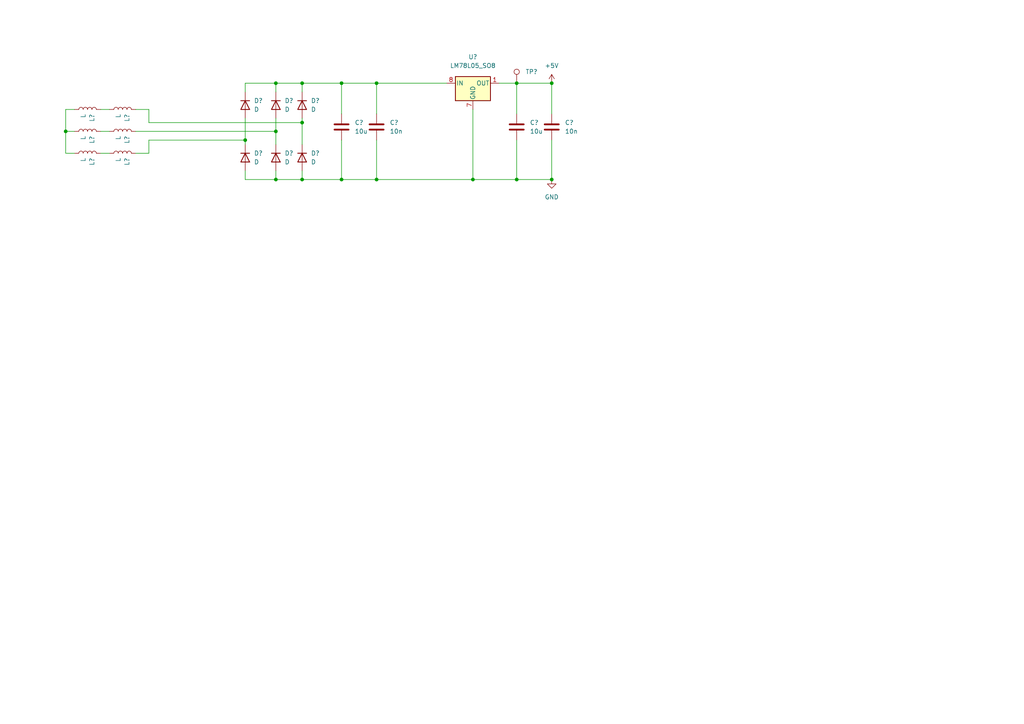
<source format=kicad_sch>
(kicad_sch (version 20211123) (generator eeschema)
  (paper "A4")
  (lib_symbols
    (symbol "Connector:TestPoint" (pin_numbers hide) (pin_names (offset 0.762) hide)
      (property "Reference" "TP" (at 0 6.858 0))
      (property "Value" "TestPoint" (at 0 5.08 0))
      (symbol "TestPoint_0_1"
        (circle (center 0 3.302) (radius 0.762))
      )
      (symbol "TestPoint_1_1"
        (pin passive line (at 0 0 90) (length 2.54) (name "1") (number "1"))
      )
    )
    (symbol "Device:C" (pin_numbers hide) (pin_names (offset 0.254))
      (property "Reference" "C" (at 0.635 2.54 0))
      (property "Value" "C" (at 0.635 -2.54 0))
      (symbol "C_0_1"
        (polyline (pts (xy -2.032 -0.762) (xy 2.032 -0.762)) (stroke (width 0.508)))
        (polyline (pts (xy -2.032 0.762) (xy 2.032 0.762)) (stroke (width 0.508)))
      )
      (symbol "C_1_1"
        (pin passive line (at 0 3.81 270) (length 2.794) (name "~") (number "1"))
        (pin passive line (at 0 -3.81 90) (length 2.794) (name "~") (number "2"))
      )
    )
    (symbol "Device:D" (pin_numbers hide) (pin_names (offset 1.016) hide)
      (property "Reference" "D" (at 0 2.54 0))
      (property "Value" "D" (at 0 -2.54 0))
      (symbol "D_0_1"
        (polyline (pts (xy -1.27 1.27) (xy -1.27 -1.27)) (stroke (width 0.254)))
        (polyline (pts (xy 1.27 0) (xy -1.27 0)))
        (polyline (pts (xy 1.27 1.27) (xy 1.27 -1.27) (xy -1.27 0) (xy 1.27 1.27)) (stroke (width 0.254)))
      )
      (symbol "D_1_1"
        (pin passive line (at -3.81 0 0) (length 2.54) (name "K") (number "1"))
        (pin passive line (at 3.81 0 180) (length 2.54) (name "A") (number "2"))
      )
    )
    (symbol "Device:L" (pin_numbers hide) (pin_names (offset 1.016) hide)
      (property "Reference" "L" (at -1.27 0 90))
      (property "Value" "L" (at 1.905 0 90))
      (symbol "L_0_1"
        (arc (start 0 -2.54) (mid 0.635 -1.905) (end 0 -1.27))
        (arc (start 0 -1.27) (mid 0.635 -0.635) (end 0 0))
        (arc (start 0 0) (mid 0.635 0.635) (end 0 1.27))
        (arc (start 0 1.27) (mid 0.635 1.905) (end 0 2.54))
      )
      (symbol "L_1_1"
        (pin passive line (at 0 3.81 270) (length 1.27) (name "1") (number "1"))
        (pin passive line (at 0 -3.81 90) (length 1.27) (name "2") (number "2"))
      )
    )
    (symbol "Regulator_Linear:LM78L05_SO8" (pin_names (offset 0.254))
      (property "Reference" "U" (at -3.81 3.175 0))
      (property "Value" "LM78L05_SO8" (at 0 3.175 0))
      (symbol "LM78L05_SO8_0_1"
        (rectangle (start -5.08 1.905) (end 5.08 -5.08) (stroke (width 0.254)) (fill (type background)))
      )
      (symbol "LM78L05_SO8_1_1"
        (pin power_out line (at 7.62 0 180) (length 2.54) (name "OUT") (number "1"))
        (pin passive line (at 0 -7.62 90) (length 2.54) hide (name "GND") (number "2"))
        (pin passive line (at 0 -7.62 90) (length 2.54) hide (name "GND") (number "3"))
        (pin no_connect line (at -5.08 -2.54 0) (length 2.54) hide (name "NC") (number "4"))
        (pin no_connect line (at 5.08 -2.54 180) (length 2.54) hide (name "NC") (number "5"))
        (pin passive line (at 0 -7.62 90) (length 2.54) hide (name "GND") (number "6"))
        (pin power_in line (at 0 -7.62 90) (length 2.54) (name "GND") (number "7"))
        (pin power_in line (at -7.62 0 0) (length 2.54) (name "IN") (number "8"))
      )
    )
    (symbol "power:+5V" (power) (pin_names (offset 0))
      (property "Value" "+5V" (at 0 3.556 0))
      (symbol "+5V_0_1"
        (polyline (pts (xy -0.762 1.27) (xy 0 2.54)))
        (polyline (pts (xy 0 0) (xy 0 2.54)))
        (polyline (pts (xy 0 2.54) (xy 0.762 1.27)))
      )
      (symbol "+5V_1_1"
        (pin power_in line (at 0 0 90) (length 0) hide (name "+5V") (number "1"))
      )
    )
    (symbol "power:GND" (power) (pin_names (offset 0))
      (property "Value" "GND" (at 0 -3.81 0))
      (symbol "GND_0_1"
        (polyline (pts (xy 0 0) (xy 0 -1.27) (xy 1.27 -1.27) (xy 0 -2.54) (xy -1.27 -1.27) (xy 0 -1.27)))
      )
      (symbol "GND_1_1"
        (pin power_in line (at 0 0 270) (length 0) hide (name "GND") (number "1"))
      )
    )
  )
  (junction (at 109.22 52.07))
  (junction (at 87.63 35.56))
  (junction (at 19.05 38.1))
  (junction (at 160.02 24.13))
  (junction (at 137.16 52.07))
  (junction (at 109.22 24.13))
  (junction (at 149.86 52.07))
  (junction (at 149.86 24.13))
  (junction (at 80.01 52.07))
  (junction (at 99.06 52.07))
  (junction (at 80.01 38.1))
  (junction (at 99.06 24.13))
  (junction (at 87.63 24.13))
  (junction (at 71.12 40.64))
  (junction (at 80.01 24.13))
  (junction (at 87.63 52.07))
  (junction (at 160.02 52.07))
  (wire (pts (xy 160.02 40.64) (xy 160.02 52.07)))
  (wire (pts (xy 160.02 52.07) (xy 149.86 52.07)))
  (wire (pts (xy 43.18 40.64) (xy 43.18 44.45)))
  (wire (pts (xy 43.18 44.45) (xy 39.37 44.45)))
  (wire (pts (xy 160.02 33.02) (xy 160.02 24.13)))
  (wire (pts (xy 80.01 34.29) (xy 80.01 38.1)))
  (wire (pts (xy 31.75 38.1) (xy 29.21 38.1)))
  (wire (pts (xy 109.22 33.02) (xy 109.22 24.13)))
  (wire (pts (xy 21.59 31.75) (xy 19.05 31.75)))
  (wire (pts (xy 31.75 44.45) (xy 29.21 44.45)))
  (wire (pts (xy 109.22 24.13) (xy 129.54 24.13)))
  (wire (pts (xy 71.12 24.13) (xy 80.01 24.13)))
  (wire (pts (xy 43.18 31.75) (xy 39.37 31.75)))
  (wire (pts (xy 39.37 38.1) (xy 80.01 38.1)))
  (wire (pts (xy 71.12 40.64) (xy 71.12 41.91)))
  (wire (pts (xy 71.12 26.67) (xy 71.12 24.13)))
  (wire (pts (xy 80.01 24.13) (xy 80.01 26.67)))
  (wire (pts (xy 80.01 52.07) (xy 87.63 52.07)))
  (wire (pts (xy 160.02 24.13) (xy 149.86 24.13)))
  (wire (pts (xy 149.86 40.64) (xy 149.86 52.07)))
  (wire (pts (xy 71.12 34.29) (xy 71.12 40.64)))
  (wire (pts (xy 19.05 38.1) (xy 19.05 44.45)))
  (wire (pts (xy 43.18 35.56) (xy 87.63 35.56)))
  (wire (pts (xy 137.16 31.75) (xy 137.16 52.07)))
  (wire (pts (xy 80.01 38.1) (xy 80.01 41.91)))
  (wire (pts (xy 80.01 24.13) (xy 87.63 24.13)))
  (wire (pts (xy 87.63 24.13) (xy 87.63 26.67)))
  (wire (pts (xy 87.63 35.56) (xy 87.63 41.91)))
  (wire (pts (xy 43.18 40.64) (xy 71.12 40.64)))
  (wire (pts (xy 87.63 49.53) (xy 87.63 52.07)))
  (wire (pts (xy 99.06 24.13) (xy 99.06 33.02)))
  (wire (pts (xy 31.75 31.75) (xy 29.21 31.75)))
  (wire (pts (xy 87.63 24.13) (xy 99.06 24.13)))
  (wire (pts (xy 144.78 24.13) (xy 149.86 24.13)))
  (wire (pts (xy 149.86 52.07) (xy 137.16 52.07)))
  (wire (pts (xy 109.22 52.07) (xy 99.06 52.07)))
  (wire (pts (xy 87.63 52.07) (xy 99.06 52.07)))
  (wire (pts (xy 21.59 38.1) (xy 19.05 38.1)))
  (wire (pts (xy 80.01 49.53) (xy 80.01 52.07)))
  (wire (pts (xy 137.16 52.07) (xy 109.22 52.07)))
  (wire (pts (xy 149.86 24.13) (xy 149.86 33.02)))
  (wire (pts (xy 71.12 52.07) (xy 80.01 52.07)))
  (wire (pts (xy 19.05 31.75) (xy 19.05 38.1)))
  (wire (pts (xy 71.12 49.53) (xy 71.12 52.07)))
  (wire (pts (xy 87.63 34.29) (xy 87.63 35.56)))
  (wire (pts (xy 21.59 44.45) (xy 19.05 44.45)))
  (wire (pts (xy 109.22 40.64) (xy 109.22 52.07)))
  (wire (pts (xy 99.06 40.64) (xy 99.06 52.07)))
  (wire (pts (xy 43.18 31.75) (xy 43.18 35.56)))
  (wire (pts (xy 109.22 24.13) (xy 99.06 24.13)))
  (symbol (lib_id "Device:D") (at 87.63 30.48 270) (unit 1)
    (property "Reference" "D?" (at 90.17 29.2099 90) (effects (justify left)))
    (property "Value" "D" (at 90.17 31.7499 90) (effects (justify left)))
  )
  (symbol (lib_id "power:GND") (at 160.02 52.07 0) (unit 1)
    (property "Reference" "#PWR?" (effects hide))
    (property "Value" "GND" (at 160.02 57.15 0))
  )
  (symbol (lib_id "Device:L") (at 25.4 38.1 90) (unit 1)
    (property "Reference" "L?" (at 26.6701 39.37 0) (effects (justify right)))
    (property "Value" "L" (at 24.1301 39.37 0) (effects (justify right)))
  )
  (symbol (lib_id "power:+5V") (at 160.02 24.13 0) (unit 1)
    (property "Reference" "#PWR?" (effects hide))
    (property "Value" "+5V" (at 160.02 19.05 0))
  )
  (symbol (lib_id "Device:D") (at 80.01 45.72 270) (unit 1)
    (property "Reference" "D?" (at 82.55 44.4499 90) (effects (justify left)))
    (property "Value" "D" (at 82.55 46.9899 90) (effects (justify left)))
  )
  (symbol (lib_id "Device:C") (at 160.02 36.83 0) (unit 1)
    (property "Reference" "C?" (at 163.83 35.5599 0) (effects (justify left)))
    (property "Value" "10n" (at 163.83 38.0999 0) (effects (justify left)))
  )
  (symbol (lib_id "Regulator_Linear:LM78L05_SO8") (at 137.16 24.13 0) (unit 1)
    (property "Reference" "U?" (at 137.16 16.51 0))
    (property "Value" "LM78L05_SO8" (at 137.16 19.05 0))
    (property "Footprint" "Package_SO:SOIC-8_3.9x4.9mm_P1.27mm" (effects hide))
    (property "Datasheet" "https://www.onsemi.com/pub/Collateral/MC78L06A-D.pdf" (effects hide))
  )
  (symbol (lib_id "Device:L") (at 35.56 31.75 90) (unit 1)
    (property "Reference" "L?" (at 36.8301 33.02 0) (effects (justify right)))
    (property "Value" "L" (at 34.2901 33.02 0) (effects (justify right)))
  )
  (symbol (lib_id "Device:D") (at 80.01 30.48 270) (unit 1)
    (property "Reference" "D?" (at 82.55 29.2099 90) (effects (justify left)))
    (property "Value" "D" (at 82.55 31.7499 90) (effects (justify left)))
  )
  (symbol (lib_id "Device:L") (at 35.56 38.1 90) (unit 1)
    (property "Reference" "L?" (at 36.8301 39.37 0) (effects (justify right)))
    (property "Value" "L" (at 34.2901 39.37 0) (effects (justify right)))
  )
  (symbol (lib_id "Device:L") (at 25.4 31.75 90) (unit 1)
    (property "Reference" "L?" (at 26.6701 33.02 0) (effects (justify right)))
    (property "Value" "L" (at 24.1301 33.02 0) (effects (justify right)))
  )
  (symbol (lib_id "Device:C") (at 99.06 36.83 0) (unit 1)
    (property "Reference" "C?" (at 102.87 35.5599 0) (effects (justify left)))
    (property "Value" "10u" (at 102.87 38.0999 0) (effects (justify left)))
  )
  (symbol (lib_id "Device:L") (at 25.4 44.45 90) (unit 1)
    (property "Reference" "L?" (at 26.6701 45.72 0) (effects (justify right)))
    (property "Value" "L" (at 24.1301 45.72 0) (effects (justify right)))
  )
  (symbol (lib_id "Device:C") (at 109.22 36.83 0) (unit 1)
    (property "Reference" "C?" (at 113.03 35.5599 0) (effects (justify left)))
    (property "Value" "10n" (at 113.03 38.0999 0) (effects (justify left)))
  )
  (symbol (lib_id "Device:D") (at 87.63 45.72 270) (unit 1)
    (property "Reference" "D?" (at 90.17 44.4499 90) (effects (justify left)))
    (property "Value" "D" (at 90.17 46.9899 90) (effects (justify left)))
  )
  (symbol (lib_id "Connector:TestPoint") (at 149.86 24.13 0) (unit 1)
    (property "Reference" "TP?" (at 152.4 20.8279 0) (effects (justify left)))
    (property "Value" "TestPoint" (effects hide))
  )
  (symbol (lib_id "Device:D") (at 71.12 30.48 270) (unit 1)
    (property "Reference" "D?" (at 73.66 29.2099 90) (effects (justify left)))
    (property "Value" "D" (at 73.66 31.7499 90) (effects (justify left)))
  )
  (symbol (lib_id "Device:C") (at 149.86 36.83 0) (unit 1)
    (property "Reference" "C?" (at 153.67 35.5599 0) (effects (justify left)))
    (property "Value" "10u" (at 153.67 38.0999 0) (effects (justify left)))
  )
  (symbol (lib_id "Device:L") (at 35.56 44.45 90) (unit 1)
    (property "Reference" "L?" (at 36.8301 45.72 0) (effects (justify right)))
    (property "Value" "L" (at 34.2901 45.72 0) (effects (justify right)))
  )
  (symbol (lib_id "Device:D") (at 71.12 45.72 270) (unit 1)
    (property "Reference" "D?" (at 73.66 44.4499 90) (effects (justify left)))
    (property "Value" "D" (at 73.66 46.9899 90) (effects (justify left)))
  )
)
</source>
